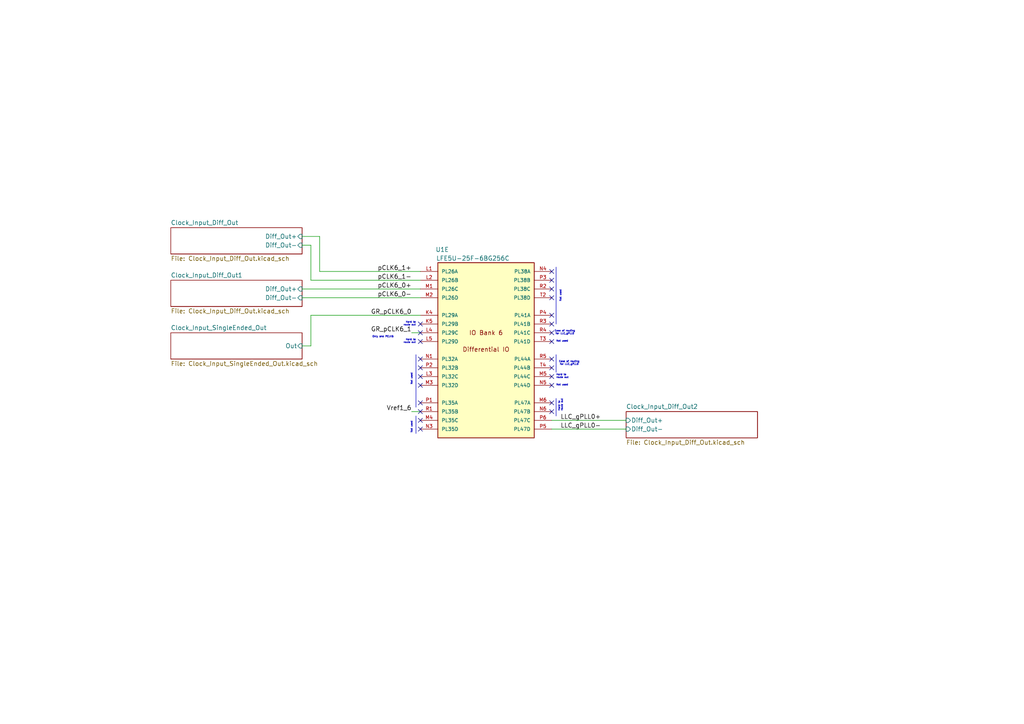
<source format=kicad_sch>
(kicad_sch (version 20250114) (generator "eeschema") (generator_version "9.0")
  (paper "A4")
  (lib_symbols
    (symbol "1_Symbol_Library:LFE5U-25F-6BG256C" (pin_names (offset 1.016))
      (property "Reference" "U" (at -0.762 -3.302 0))
      (property "Value" "LFE5U-25F-6BG256C" (at -40.132 47.498 0))
      (symbol "LFE5U-25F-6BG256C_1_0"
        (rectangle (start -11.43 20.32) (end 12.7 -25.4) (stroke (width 0.254)) (fill (type background)))
        (pin bidirectional line (at -16.51 17.78 0) (length 5.08) (name "PT4A") (number "A2"))
        (pin bidirectional line (at -16.51 15.24 0) (length 5.08) (name "PT4B") (number "B3"))
        (pin bidirectional line (at -16.51 10.16 0) (length 5.08) (name "PT6A") (number "A3"))
        (pin bidirectional line (at -16.51 7.62 0) (length 5.08) (name "PT6B") (number "A4"))
        (pin bidirectional line (at -16.51 2.54 0) (length 5.08) (name "PT9A") (number "E4"))
        (pin bidirectional line (at -16.51 0 0) (length 5.08) (name "PT9B") (number "D4"))
        (pin bidirectional line (at -16.51 -5.08 0) (length 5.08) (name "PT11A") (number "C4"))
        (pin bidirectional line (at -16.51 -7.62 0) (length 5.08) (name "PT11B") (number "B4"))
        (pin bidirectional line (at -16.51 -12.7 0) (length 5.08) (name "PT13A") (number "E5"))
        (pin bidirectional line (at -16.51 -15.24 0) (length 5.08) (name "PT13B") (number "D5"))
        (pin bidirectional line (at -16.51 -20.32 0) (length 5.08) (name "PT15A") (number "C5"))
        (pin bidirectional line (at -16.51 -22.86 0) (length 5.08) (name "PT15B") (number "B5"))
        (pin bidirectional line (at 17.78 17.78 180) (length 5.08) (name "PT18A") (number "A5"))
        (pin bidirectional line (at 17.78 15.24 180) (length 5.08) (name "PT18B") (number "A6"))
        (pin bidirectional line (at 17.78 10.16 180) (length 5.08) (name "PT20A") (number "E6"))
        (pin bidirectional line (at 17.78 7.62 180) (length 5.08) (name "PT20B") (number "D6"))
        (pin bidirectional line (at 17.78 2.54 180) (length 5.08) (name "PT22A") (number "C6"))
        (pin bidirectional line (at 17.78 0 180) (length 5.08) (name "PT22B") (number "B6"))
        (pin bidirectional line (at 17.78 -5.08 180) (length 5.08) (name "PT24A") (number "E7"))
        (pin bidirectional line (at 17.78 -7.62 180) (length 5.08) (name "PT24B") (number "D7"))
        (pin bidirectional line (at 17.78 -12.7 180) (length 5.08) (name "PT27A") (number "C7"))
        (pin bidirectional line (at 17.78 -15.24 180) (length 5.08) (name "PT27B") (number "B7"))
        (pin bidirectional line (at 17.78 -20.32 180) (length 5.08) (name "PT29A") (number "A7"))
        (pin bidirectional line (at 17.78 -22.86 180) (length 5.08) (name "PT29B") (number "A8"))
      )
      (symbol "LFE5U-25F-6BG256C_1_1"
        (text "IO Bank 0" (at 0 2.54 0) (effects (font (size 1.27 1.27))))
      )
      (symbol "LFE5U-25F-6BG256C_2_0"
        (rectangle (start -13.97 27.94) (end 13.97 -33.02) (stroke (width 0.254)) (fill (type background)))
        (pin bidirectional line (at -19.05 25.4 0) (length 5.08) (name "PT33A") (number "E8"))
        (pin bidirectional line (at -19.05 22.86 0) (length 5.08) (name "PT33B") (number "D8"))
        (pin bidirectional line (at -19.05 17.78 0) (length 5.08) (name "PT35A") (number "C8"))
        (pin bidirectional line (at -19.05 15.24 0) (length 5.08) (name "PT35B") (number "B8"))
        (pin bidirectional line (at -19.05 10.16 0) (length 5.08) (name "PT38A") (number "B9"))
        (pin bidirectional line (at -19.05 7.62 0) (length 5.08) (name "PT38B") (number "C9"))
        (pin bidirectional line (at -19.05 2.54 0) (length 5.08) (name "PT40A") (number "D9"))
        (pin bidirectional line (at -19.05 0 0) (length 5.08) (name "PT40B") (number "E9"))
        (pin bidirectional line (at -19.05 -5.08 0) (length 5.08) (name "PT42A") (number "A9"))
        (pin bidirectional line (at -19.05 -7.62 0) (length 5.08) (name "PT42B") (number "A10"))
        (pin bidirectional line (at -19.05 -12.7 0) (length 5.08) (name "PT44A") (number "B10"))
        (pin bidirectional line (at -19.05 -15.24 0) (length 5.08) (name "PT44B") (number "C10"))
        (pin bidirectional line (at -19.05 -20.32 0) (length 5.08) (name "PT47A") (number "D10"))
        (pin bidirectional line (at -19.05 -22.86 0) (length 5.08) (name "PT47B") (number "E10"))
        (pin bidirectional line (at -19.05 -27.94 0) (length 5.08) (name "PT49A") (number "B11"))
        (pin bidirectional line (at -19.05 -30.48 0) (length 5.08) (name "PT49B") (number "C11"))
        (pin bidirectional line (at 19.05 25.4 180) (length 5.08) (name "PT51A") (number "D11"))
        (pin bidirectional line (at 19.05 22.86 180) (length 5.08) (name "PT51B") (number "E11"))
        (pin bidirectional line (at 19.05 17.78 180) (length 5.08) (name "PT53A") (number "A11"))
        (pin bidirectional line (at 19.05 15.24 180) (length 5.08) (name "PT53B") (number "A12"))
        (pin bidirectional line (at 19.05 10.16 180) (length 5.08) (name "PT56A") (number "B12"))
        (pin bidirectional line (at 19.05 7.62 180) (length 5.08) (name "PT56B") (number "C12"))
        (pin bidirectional line (at 19.05 2.54 180) (length 5.08) (name "PT58A") (number "D12"))
        (pin bidirectional line (at 19.05 0 180) (length 5.08) (name "PT58B") (number "E12"))
        (pin bidirectional line (at 19.05 -5.08 180) (length 5.08) (name "PT60A") (number "B13"))
        (pin bidirectional line (at 19.05 -7.62 180) (length 5.08) (name "PT60B") (number "C13"))
        (pin bidirectional line (at 19.05 -12.7 180) (length 5.08) (name "PT62A") (number "D13"))
        (pin bidirectional line (at 19.05 -15.24 180) (length 5.08) (name "PT62B") (number "E13"))
        (pin bidirectional line (at 19.05 -20.32 180) (length 5.08) (name "PT65A") (number "A13"))
        (pin bidirectional line (at 19.05 -22.86 180) (length 5.08) (name "PT65B") (number "A14"))
        (pin bidirectional line (at 19.05 -27.94 180) (length 5.08) (name "PT67A") (number "B14"))
        (pin bidirectional line (at 19.05 -30.48 180) (length 5.08) (name "PT67B") (number "A15"))
      )
      (symbol "LFE5U-25F-6BG256C_2_1"
        (text "IO Bank 1" (at 0 2.54 0) (effects (font (size 1.27 1.27))))
        (text "Differential IO" (at 0 -2.032 0) (effects (font (size 1.27 1.27))))
      )
      (symbol "LFE5U-25F-6BG256C_3_0"
        (rectangle (start -13.97 22.86) (end 13.97 -27.94) (stroke (width 0.254)) (fill (type background)))
        (pin bidirectional line (at -19.05 20.32 0) (length 5.08) (name "PR2A") (number "B16"))
        (pin bidirectional line (at -19.05 17.78 0) (length 5.08) (name "PR2B") (number "B15"))
        (pin bidirectional line (at -19.05 15.24 0) (length 5.08) (name "PR2C") (number "C14"))
        (pin bidirectional line (at -19.05 12.7 0) (length 5.08) (name "PR2D") (number "D14"))
        (pin bidirectional line (at -19.05 7.62 0) (length 5.08) (name "PR5A") (number "C16"))
        (pin bidirectional line (at -19.05 5.08 0) (length 5.08) (name "PR5B") (number "C15"))
        (pin bidirectional line (at -19.05 2.54 0) (length 5.08) (name "PR5C") (number "E14"))
        (pin bidirectional line (at -19.05 0 0) (length 5.08) (name "PR5D") (number "F14"))
        (pin bidirectional line (at -19.05 -5.08 0) (length 5.08) (name "PR8A") (number "D16"))
        (pin bidirectional line (at -19.05 -7.62 0) (length 5.08) (name "PR8B") (number "E15"))
        (pin bidirectional line (at -19.05 -10.16 0) (length 5.08) (name "PR8C") (number "F13"))
        (pin bidirectional line (at -19.05 -12.7 0) (length 5.08) (name "PR8D") (number "F12"))
        (pin bidirectional line (at -19.05 -17.78 0) (length 5.08) (name "PR11A") (number "G12"))
        (pin bidirectional line (at -19.05 -20.32 0) (length 5.08) (name "PR11B") (number "G13"))
        (pin bidirectional line (at -19.05 -22.86 0) (length 5.08) (name "PR11C") (number "F15"))
        (pin bidirectional line (at -19.05 -25.4 0) (length 5.08) (name "PR11D") (number "E16"))
        (pin bidirectional line (at 19.05 20.32 180) (length 5.08) (name "PR14A") (number "F16"))
        (pin bidirectional line (at 19.05 17.78 180) (length 5.08) (name "PR14B") (number "G15"))
        (pin bidirectional line (at 19.05 15.24 180) (length 5.08) (name "PR14C") (number "G14"))
        (pin bidirectional line (at 19.05 12.7 180) (length 5.08) (name "PR14D") (number "H14"))
        (pin bidirectional line (at 19.05 7.62 180) (length 5.08) (name "PR17A") (number "H12"))
        (pin bidirectional line (at 19.05 5.08 180) (length 5.08) (name "PR17B") (number "H13"))
        (pin bidirectional line (at 19.05 2.54 180) (length 5.08) (name "PR17C") (number "J13"))
        (pin bidirectional line (at 19.05 0 180) (length 5.08) (name "PR17D") (number "J12"))
        (pin bidirectional line (at 19.05 -5.08 180) (length 5.08) (name "PR20A") (number "G16"))
        (pin bidirectional line (at 19.05 -7.62 180) (length 5.08) (name "PR20B") (number "H15"))
        (pin bidirectional line (at 19.05 -10.16 180) (length 5.08) (name "PR20C") (number "J14"))
        (pin bidirectional line (at 19.05 -12.7 180) (length 5.08) (name "PR20D") (number "K14"))
        (pin bidirectional line (at 19.05 -17.78 180) (length 5.08) (name "PR23A") (number "J16"))
        (pin bidirectional line (at 19.05 -20.32 180) (length 5.08) (name "PR23B") (number "J15"))
        (pin bidirectional line (at 19.05 -22.86 180) (length 5.08) (name "PR23C") (number "K16"))
        (pin bidirectional line (at 19.05 -25.4 180) (length 5.08) (name "PR23D") (number "K15"))
      )
      (symbol "LFE5U-25F-6BG256C_3_1"
        (text "IO Bank 2" (at 0 2.54 0) (effects (font (size 1.27 1.27))))
        (text "Differential IO" (at 0 -2.286 0) (effects (font (size 1.27 1.27))))
      )
      (symbol "LFE5U-25F-6BG256C_4_0"
        (rectangle (start -12.7 22.86) (end 12.7 -27.94) (stroke (width 0.254)) (fill (type background)))
        (pin bidirectional line (at -17.78 20.32 0) (length 5.08) (name "PR26A") (number "L16"))
        (pin bidirectional line (at -17.78 17.78 0) (length 5.08) (name "PR26B") (number "L15"))
        (pin bidirectional line (at -17.78 15.24 0) (length 5.08) (name "PR26C") (number "M16"))
        (pin bidirectional line (at -17.78 12.7 0) (length 5.08) (name "PR26D") (number "M15"))
        (pin bidirectional line (at -17.78 7.62 0) (length 5.08) (name "PR29A") (number "K13"))
        (pin bidirectional line (at -17.78 5.08 0) (length 5.08) (name "PR29B") (number "K12"))
        (pin bidirectional line (at -17.78 2.54 0) (length 5.08) (name "PR29C") (number "L13"))
        (pin bidirectional line (at -17.78 0 0) (length 5.08) (name "PR29D") (number "L12"))
        (pin bidirectional line (at -17.78 -5.08 0) (length 5.08) (name "PR32A") (number "N16"))
        (pin bidirectional line (at -17.78 -7.62 0) (length 5.08) (name "PR32B") (number "P15"))
        (pin bidirectional line (at -17.78 -10.16 0) (length 5.08) (name "PR32C") (number "L14"))
        (pin bidirectional line (at -17.78 -12.7 0) (length 5.08) (name "PR32D") (number "M14"))
        (pin bidirectional line (at -17.78 -17.78 0) (length 5.08) (name "PR35A") (number "P16"))
        (pin bidirectional line (at -17.78 -20.32 0) (length 5.08) (name "PR35B") (number "R16"))
        (pin bidirectional line (at -17.78 -22.86 0) (length 5.08) (name "PR35C") (number "M13"))
        (pin bidirectional line (at -17.78 -25.4 0) (length 5.08) (name "PR35D") (number "N14"))
        (pin bidirectional line (at 17.78 20.32 180) (length 5.08) (name "PR38A") (number "N13"))
        (pin bidirectional line (at 17.78 17.78 180) (length 5.08) (name "PR38B") (number "P14"))
        (pin bidirectional line (at 17.78 15.24 180) (length 5.08) (name "PR38C") (number "R15"))
        (pin bidirectional line (at 17.78 12.7 180) (length 5.08) (name "PR38D") (number "T15"))
        (pin bidirectional line (at 17.78 7.62 180) (length 5.08) (name "PR41A") (number "P13"))
        (pin bidirectional line (at 17.78 5.08 180) (length 5.08) (name "PR41B") (number "R14"))
        (pin bidirectional line (at 17.78 2.54 180) (length 5.08) (name "PR41C") (number "R13"))
        (pin bidirectional line (at 17.78 0 180) (length 5.08) (name "PR41D") (number "T14"))
        (pin bidirectional line (at 17.78 -5.08 180) (length 5.08) (name "PR44A") (number "R12"))
        (pin bidirectional line (at 17.78 -7.62 180) (length 5.08) (name "PR44B") (number "T13"))
        (pin bidirectional line (at 17.78 -10.16 180) (length 5.08) (name "PR44C") (number "M12"))
        (pin bidirectional line (at 17.78 -12.7 180) (length 5.08) (name "PR44D") (number "N12"))
        (pin bidirectional line (at 17.78 -17.78 180) (length 5.08) (name "PR47A") (number "M11"))
        (pin bidirectional line (at 17.78 -20.32 180) (length 5.08) (name "PR47B") (number "N11"))
        (pin bidirectional line (at 17.78 -22.86 180) (length 5.08) (name "PR47C") (number "P11"))
        (pin bidirectional line (at 17.78 -25.4 180) (length 5.08) (name "PR47D") (number "P12"))
      )
      (symbol "LFE5U-25F-6BG256C_4_1"
        (text "IO Bank 3" (at 0 2.54 0) (effects (font (size 1.27 1.27))))
      )
      (symbol "LFE5U-25F-6BG256C_5_0"
        (rectangle (start -13.97 22.86) (end 13.97 -27.94) (stroke (width 0.254)) (fill (type background)))
        (pin bidirectional line (at -19.05 20.32 0) (length 5.08) (name "PL26A") (number "L1"))
        (pin bidirectional line (at -19.05 17.78 0) (length 5.08) (name "PL26B") (number "L2"))
        (pin bidirectional line (at -19.05 15.24 0) (length 5.08) (name "PL26C") (number "M1"))
        (pin bidirectional line (at -19.05 12.7 0) (length 5.08) (name "PL26D") (number "M2"))
        (pin bidirectional line (at -19.05 7.62 0) (length 5.08) (name "PL29A") (number "K4"))
        (pin bidirectional line (at -19.05 5.08 0) (length 5.08) (name "PL29B") (number "K5"))
        (pin bidirectional line (at -19.05 2.54 0) (length 5.08) (name "PL29C") (number "L4"))
        (pin bidirectional line (at -19.05 0 0) (length 5.08) (name "PL29D") (number "L5"))
        (pin bidirectional line (at -19.05 -5.08 0) (length 5.08) (name "PL32A") (number "N1"))
        (pin bidirectional line (at -19.05 -7.62 0) (length 5.08) (name "PL32B") (number "P2"))
        (pin bidirectional line (at -19.05 -10.16 0) (length 5.08) (name "PL32C") (number "L3"))
        (pin bidirectional line (at -19.05 -12.7 0) (length 5.08) (name "PL32D") (number "M3"))
        (pin bidirectional line (at -19.05 -17.78 0) (length 5.08) (name "PL35A") (number "P1"))
        (pin bidirectional line (at -19.05 -20.32 0) (length 5.08) (name "PL35B") (number "R1"))
        (pin bidirectional line (at -19.05 -22.86 0) (length 5.08) (name "PL35C") (number "M4"))
        (pin bidirectional line (at -19.05 -25.4 0) (length 5.08) (name "PL35D") (number "N3"))
        (pin bidirectional line (at 19.05 20.32 180) (length 5.08) (name "PL38A") (number "N4"))
        (pin bidirectional line (at 19.05 17.78 180) (length 5.08) (name "PL38B") (number "P3"))
        (pin bidirectional line (at 19.05 15.24 180) (length 5.08) (name "PL38C") (number "R2"))
        (pin bidirectional line (at 19.05 12.7 180) (length 5.08) (name "PL38D") (number "T2"))
        (pin bidirectional line (at 19.05 7.62 180) (length 5.08) (name "PL41A") (number "P4"))
        (pin bidirectional line (at 19.05 5.08 180) (length 5.08) (name "PL41B") (number "R3"))
        (pin bidirectional line (at 19.05 2.54 180) (length 5.08) (name "PL41C") (number "R4"))
        (pin bidirectional line (at 19.05 0 180) (length 5.08) (name "PL41D") (number "T3"))
        (pin bidirectional line (at 19.05 -5.08 180) (length 5.08) (name "PL44A") (number "R5"))
        (pin bidirectional line (at 19.05 -7.62 180) (length 5.08) (name "PL44B") (number "T4"))
        (pin bidirectional line (at 19.05 -10.16 180) (length 5.08) (name "PL44C") (number "M5"))
        (pin bidirectional line (at 19.05 -12.7 180) (length 5.08) (name "PL44D") (number "N5"))
        (pin bidirectional line (at 19.05 -17.78 180) (length 5.08) (name "PL47A") (number "M6"))
        (pin bidirectional line (at 19.05 -20.32 180) (length 5.08) (name "PL47B") (number "N6"))
        (pin bidirectional line (at 19.05 -22.86 180) (length 5.08) (name "PL47C") (number "P6"))
        (pin bidirectional line (at 19.05 -25.4 180) (length 5.08) (name "PL47D") (number "P5"))
      )
      (symbol "LFE5U-25F-6BG256C_5_1"
        (text "IO Bank 6" (at 0 2.54 0) (effects (font (size 1.27 1.27))))
        (text "Differential IO" (at 0 -2.286 0) (effects (font (size 1.27 1.27))))
      )
      (symbol "LFE5U-25F-6BG256C_6_0"
        (rectangle (start -13.97 22.86) (end 13.97 -27.94) (stroke (width 0.254)) (fill (type background)))
        (pin bidirectional line (at -19.05 20.32 0) (length 5.08) (name "PL2A") (number "B1"))
        (pin bidirectional line (at -19.05 17.78 0) (length 5.08) (name "PL2B") (number "B2"))
        (pin bidirectional line (at -19.05 15.24 0) (length 5.08) (name "PL2C") (number "C3"))
        (pin bidirectional line (at -19.05 12.7 0) (length 5.08) (name "PL2D") (number "D3"))
        (pin bidirectional line (at -19.05 7.62 0) (length 5.08) (name "PL5A") (number "C1"))
        (pin bidirectional line (at -19.05 5.08 0) (length 5.08) (name "PL5B") (number "C2"))
        (pin bidirectional line (at -19.05 2.54 0) (length 5.08) (name "PL5C") (number "E3"))
        (pin bidirectional line (at -19.05 0 0) (length 5.08) (name "PL5D") (number "F3"))
        (pin bidirectional line (at -19.05 -5.08 0) (length 5.08) (name "PL8A") (number "D1"))
        (pin bidirectional line (at -19.05 -7.62 0) (length 5.08) (name "PL8B") (number "E2"))
        (pin bidirectional line (at -19.05 -10.16 0) (length 5.08) (name "PL8C") (number "F4"))
        (pin bidirectional line (at -19.05 -12.7 0) (length 5.08) (name "PL8D") (number "F5"))
        (pin bidirectional line (at -19.05 -17.78 0) (length 5.08) (name "PL11A") (number "G5"))
        (pin bidirectional line (at -19.05 -20.32 0) (length 5.08) (name "PL11B") (number "G4"))
        (pin bidirectional line (at -19.05 -22.86 0) (length 5.08) (name "PL11C") (number "F2"))
        (pin bidirectional line (at -19.05 -25.4 0) (length 5.08) (name "PL11D") (number "E1"))
        (pin bidirectional line (at 19.05 20.32 180) (length 5.08) (name "PL14A") (number "F1"))
        (pin bidirectional line (at 19.05 17.78 180) (length 5.08) (name "PL14B") (number "G2"))
        (pin bidirectional line (at 19.05 15.24 180) (length 5.08) (name "PL14C") (number "G3"))
        (pin bidirectional line (at 19.05 12.7 180) (length 5.08) (name "PL14D") (number "H3"))
        (pin bidirectional line (at 19.05 7.62 180) (length 5.08) (name "PL17A") (number "H5"))
        (pin bidirectional line (at 19.05 5.08 180) (length 5.08) (name "PL17B") (number "H4"))
        (pin bidirectional line (at 19.05 2.54 180) (length 5.08) (name "PL17C") (number "J4"))
        (pin bidirectional line (at 19.05 0 180) (length 5.08) (name "PL17D") (number "J5"))
        (pin bidirectional line (at 19.05 -5.08 180) (length 5.08) (name "PL20A") (number "G1"))
        (pin bidirectional line (at 19.05 -7.62 180) (length 5.08) (name "PL20B") (number "H2"))
        (pin bidirectional line (at 19.05 -10.16 180) (length 5.08) (name "PL20C") (number "J3"))
        (pin bidirectional line (at 19.05 -12.7 180) (length 5.08) (name "PL20D") (number "K3"))
        (pin bidirectional line (at 19.05 -17.78 180) (length 5.08) (name "PL23A") (number "J1"))
        (pin bidirectional line (at 19.05 -20.32 180) (length 5.08) (name "PL23B") (number "J2"))
        (pin bidirectional line (at 19.05 -22.86 180) (length 5.08) (name "PL23C") (number "K1"))
        (pin bidirectional line (at 19.05 -25.4 180) (length 5.08) (name "PL23D") (number "K2"))
      )
      (symbol "LFE5U-25F-6BG256C_6_1"
        (text "IO Bank 7" (at 0 2.54 0) (effects (font (size 1.27 1.27))))
        (text "Differential IO" (at 0 -2.286 0) (effects (font (size 1.27 1.27))))
      )
      (symbol "LFE5U-25F-6BG256C_7_0"
        (rectangle (start -15.24 27.94) (end 15.24 -22.86) (stroke (width 0.254)) (fill (type background)))
        (pin input line (at -20.32 25.4 0) (length 5.08) (name "~{PROGRAM}") (number "R9"))
        (pin input clock (at -20.32 22.86 0) (length 5.08) (name "CCLK") (number "N9"))
        (pin input line (at -20.32 10.16 0) (length 5.08) (name "CFG_0") (number "N10"))
        (pin input line (at -20.32 7.62 0) (length 5.08) (name "CFG_1") (number "P10"))
        (pin input line (at -20.32 5.08 0) (length 5.08) (name "CFG_2") (number "R10"))
        (pin bidirectional line (at -20.32 -5.08 0) (length 5.08) (name "DONE") (number "P9"))
        (pin bidirectional line (at -20.32 -7.62 0) (length 5.08) (name "~{INIT}") (number "T9"))
        (pin bidirectional line (at 20.32 25.4 180) (length 5.08) (name "PB4B/D6/IO6") (number "R6"))
        (pin bidirectional line (at 20.32 22.86 180) (length 5.08) (name "PB4A/D7/IO7") (number "T6"))
        (pin bidirectional line (at 20.32 17.78 180) (length 5.08) (name "PB6B/D4/IO4/MOSI2") (number "P7"))
        (pin bidirectional line (at 20.32 15.24 180) (length 5.08) (name "PB6A/D5/IO5/MISO2") (number "R7"))
        (pin bidirectional line (at 20.32 10.16 180) (length 5.08) (name "PB9A/D3/IO3") (number "N7"))
        (pin bidirectional line (at 20.32 7.62 180) (length 5.08) (name "PB9B/D2/IO2") (number "M7"))
        (pin bidirectional line (at 20.32 2.54 180) (length 5.08) (name "PB11A/D1/IO1/MISO") (number "T7"))
        (pin bidirectional line (at 20.32 0 180) (length 5.08) (name "PB11B/D0/IO0/MOSI") (number "T8"))
        (pin bidirectional line (at 20.32 -5.08 180) (length 5.08) (name "PB13A/~{S}/~{CS}") (number "R8"))
        (pin bidirectional line (at 20.32 -7.62 180) (length 5.08) (name "PB13B/~{CS1}") (number "P8"))
        (pin bidirectional line (at 20.32 -12.7 180) (length 5.08) (name "PB15A/~{HOLD}/DI/BUSY/~{CSSPI}/~{CE}") (number "N8"))
        (pin bidirectional line (at 20.32 -15.24 180) (length 5.08) (name "PB15B/DOUT/~{CSO}") (number "M8"))
        (pin bidirectional line (at 20.32 -20.32 180) (length 5.08) (name "PB18A/~{WRITE}") (number "M9"))
      )
      (symbol "LFE5U-25F-6BG256C_7_1"
        (text "IO Bank 8" (at 0 5.08 0) (effects (font (size 1.27 1.27))))
      )
      (symbol "LFE5U-25F-6BG256C_8_0"
        (rectangle (start -7.62 6.35) (end 2.54 -6.35) (stroke (width 0.254)) (fill (type background)))
        (pin input line (at -12.7 3.81 0) (length 5.08) (name "TMS") (number "T11"))
        (pin input line (at -12.7 1.27 0) (length 5.08) (name "TDI") (number "R11"))
        (pin output line (at -12.7 -1.27 0) (length 5.08) (name "TDO") (number "M10"))
        (pin bidirectional clock (at -12.7 -3.81 0) (length 5.08) (name "TCK") (number "T10"))
      )
      (symbol "LFE5U-25F-6BG256C_8_1"
        (text "JTAG" (at 0 0 0) (effects (font (size 1.27 1.27))))
      )
      (symbol "LFE5U-25F-6BG256C_9_0"
        (rectangle (start -12.7 7.62) (end 59.69 -7.62) (stroke (width 0.254)) (fill (type background)))
        (pin power_in line (at -10.16 12.7 270) (length 5.08) (name "VCC") (number "G6"))
        (pin power_in line (at -10.16 -12.7 90) (length 5.08) (name "GND1") (number "A1"))
        (pin power_in line (at -7.62 -12.7 90) (length 5.08) (name "GND1") (number "A16"))
        (pin power_in line (at -5.08 -12.7 90) (length 5.08) (name "GND1") (number "D2"))
        (pin power_in line (at -2.54 12.7 270) (length 5.08) (name "VCC") (number "G7"))
        (pin power_in line (at -2.54 -12.7 90) (length 5.08) (name "GND1") (number "D15"))
        (pin power_in line (at 0 -12.7 90) (length 5.08) (name "GND1") (number "F8"))
        (pin power_in line (at 2.54 -12.7 90) (length 5.08) (name "GND1") (number "F9"))
        (pin power_in line (at 5.08 12.7 270) (length 5.08) (name "VCC") (number "G9"))
        (pin power_in line (at 5.08 -12.7 90) (length 5.08) (name "GND1") (number "G8"))
        (pin power_in line (at 7.62 -12.7 90) (length 5.08) (name "GND1") (number "G10"))
        (pin power_in line (at 10.16 -12.7 90) (length 5.08) (name "GND1") (number "H1"))
        (pin power_in line (at 12.7 12.7 270) (length 5.08) (name "VCC") (number "L8"))
        (pin power_in line (at 12.7 -12.7 90) (length 5.08) (name "GND1") (number "H8"))
        (pin power_in line (at 15.24 -12.7 90) (length 5.08) (name "GND1") (number "H9"))
        (pin power_in line (at 17.78 -12.7 90) (length 5.08) (name "GND1") (number "H10"))
        (pin power_in line (at 20.32 12.7 270) (length 5.08) (name "VCC") (number "L9"))
        (pin power_in line (at 20.32 -12.7 90) (length 5.08) (name "GND1") (number "H16"))
        (pin power_in line (at 25.4 -12.7 90) (length 5.08) (name "GND2") (number "J8"))
        (pin power_in line (at 27.94 12.7 270) (length 5.08) (name "VCC") (number "L10"))
        (pin power_in line (at 27.94 -12.7 90) (length 5.08) (name "GND2") (number "J9"))
        (pin power_in line (at 30.48 -12.7 90) (length 5.08) (name "GND2") (number "J10"))
        (pin power_in line (at 33.02 -12.7 90) (length 5.08) (name "GND2") (number "K6"))
        (pin power_in line (at 35.56 -12.7 90) (length 5.08) (name "GND2") (number "K7"))
        (pin power_in line (at 38.1 -12.7 90) (length 5.08) (name "GND2") (number "K8"))
        (pin power_in line (at 40.64 -12.7 90) (length 5.08) (name "GND2") (number "K9"))
        (pin power_in line (at 43.18 -12.7 90) (length 5.08) (name "GND2") (number "K10"))
        (pin power_in line (at 45.72 -12.7 90) (length 5.08) (name "GND2") (number "N2"))
        (pin power_in line (at 48.26 -12.7 90) (length 5.08) (name "GND2") (number "N15"))
        (pin power_in line (at 49.53 12.7 270) (length 5.08) (name "VCCAUX") (number "G11"))
        (pin power_in line (at 50.8 -12.7 90) (length 5.08) (name "GND2") (number "T1"))
        (pin power_in line (at 53.34 -12.7 90) (length 5.08) (name "GND2") (number "T5"))
        (pin power_in line (at 55.88 -12.7 90) (length 5.08) (name "GND2") (number "T12"))
        (pin power_in line (at 57.15 12.7 270) (length 5.08) (name "VCCAUX") (number "L7"))
        (pin power_in line (at 58.42 -12.7 90) (length 5.08) (name "GND2") (number "T16"))
      )
      (symbol "LFE5U-25F-6BG256C_10_0"
        (rectangle (start -8.89 25.4) (end 8.89 -35.56) (stroke (width 0.254)) (fill (type background)))
        (pin power_in line (at -13.97 22.86 0) (length 5.08) (name "VCCIO1") (number "F10"))
        (pin power_in line (at -13.97 20.32 0) (length 5.08) (name "VCCIO1") (number "F11"))
        (pin power_in line (at -13.97 5.08 0) (length 5.08) (name "VCCIO3") (number "K11"))
        (pin power_in line (at -13.97 2.54 0) (length 5.08) (name "VCCIO3") (number "L11"))
        (pin power_in line (at -13.97 -12.7 0) (length 5.08) (name "VCCIO7") (number "H6"))
        (pin power_in line (at -13.97 -15.24 0) (length 5.08) (name "VCCIO7") (number "H7"))
        (pin power_in line (at 13.97 22.86 180) (length 5.08) (name "VCCIO0") (number "F6"))
        (pin power_in line (at 13.97 20.32 180) (length 5.08) (name "VCCIO0") (number "F7"))
        (pin power_in line (at 13.97 5.08 180) (length 5.08) (name "VCCIO2") (number "H11"))
        (pin power_in line (at 13.97 2.54 180) (length 5.08) (name "VCCIO2") (number "J11"))
        (pin power_in line (at 13.97 -12.7 180) (length 5.08) (name "VCCIO6") (number "J6"))
        (pin power_in line (at 13.97 -15.24 180) (length 5.08) (name "VCCIO6") (number "J7"))
        (pin power_in line (at 13.97 -33.02 180) (length 5.08) (name "VCCIO8") (number "L6"))
      )
    )
  )
  (text "Ease of routing\nfor LLC_gPLL0" (at 165.1 105.41 0) (effects (font (size 0.5 0.5))))
  (text "Not used" (at 161.29 99.06 0) (effects (font (size 0.5 0.5)) (justify left)))
  (text "Hard to\nroute out" (at 120.65 93.98 0) (effects (font (size 0.5 0.5)) (justify right)))
  (text "Hard to\nroute out" (at 120.65 99.06 0) (effects (font (size 0.5 0.5)) (justify right)))
  (text "Not used" (at 119.38 125.73 90) (effects (font (size 0.5 0.5)) (justify left)))
  (text "Ease of routing\nfor LLC_gPLL0" (at 163.83 96.52 0) (effects (font (size 0.5 0.5))))
  (text "Not used" (at 119.38 111.76 90) (effects (font (size 0.5 0.5)) (justify left)))
  (text "Not used" (at 161.29 111.76 0) (effects (font (size 0.5 0.5)) (justify left)))
  (text "Not used" (at 162.56 87.63 90) (effects (font (size 0.5 0.5)) (justify left)))
  (text "Hard to\nroute out" (at 162.56 119.38 90) (effects (font (size 0.5 0.5)) (justify left)))
  (text "Only one PCLK6" (at 107.95 97.79 0) (effects (font (size 0.5 0.5)) (justify left)))
  (text "Hard to\nroute out" (at 161.29 109.22 0) (effects (font (size 0.5 0.5)) (justify left)))
  (no_connect (at 121.92 121.92))
  (no_connect (at 160.02 111.76))
  (no_connect (at 121.92 111.76))
  (no_connect (at 160.02 78.74))
  (no_connect (at 160.02 109.22))
  (no_connect (at 121.92 116.84))
  (no_connect (at 160.02 106.68))
  (no_connect (at 121.92 106.68))
  (no_connect (at 160.02 104.14))
  (no_connect (at 121.92 124.46))
  (no_connect (at 121.92 93.98))
  (no_connect (at 160.02 96.52))
  (no_connect (at 121.92 104.14))
  (no_connect (at 160.02 116.84))
  (no_connect (at 121.92 99.06))
  (no_connect (at 121.92 119.38))
  (no_connect (at 160.02 93.98))
  (no_connect (at 160.02 99.06))
  (no_connect (at 121.92 109.22))
  (no_connect (at 121.92 96.52))
  (no_connect (at 160.02 91.44))
  (no_connect (at 160.02 119.38))
  (no_connect (at 160.02 81.28))
  (no_connect (at 160.02 86.36))
  (no_connect (at 160.02 83.82))
  (wire (pts (xy 90.17 81.28) (xy 121.92 81.28)))
  (wire (pts (xy 92.71 68.58) (xy 92.71 78.74)))
  (wire (pts (xy 90.17 71.12) (xy 90.17 81.28)))
  (wire (pts (xy 90.17 91.44) (xy 121.92 91.44)))
  (polyline (pts (xy 120.65 102.87) (xy 120.65 118.11)))
  (polyline (pts (xy 161.29 77.47) (xy 161.29 93.98)))
  (wire (pts (xy 119.38 119.38) (xy 121.92 119.38)))
  (polyline (pts (xy 161.29 115.57) (xy 161.29 120.65)))
  (wire (pts (xy 119.38 96.52) (xy 121.92 96.52)))
  (wire (pts (xy 92.71 78.74) (xy 121.92 78.74)))
  (wire (pts (xy 160.02 124.46) (xy 181.61 124.46)))
  (wire (pts (xy 87.63 83.82) (xy 121.92 83.82)))
  (wire (pts (xy 90.17 100.33) (xy 90.17 91.44)))
  (wire (pts (xy 87.63 86.36) (xy 121.92 86.36)))
  (polyline (pts (xy 161.29 102.87) (xy 161.29 107.95)))
  (wire (pts (xy 87.63 100.33) (xy 90.17 100.33)))
  (wire (pts (xy 87.63 68.58) (xy 92.71 68.58)))
  (wire (pts (xy 87.63 71.12) (xy 90.17 71.12)))
  (wire (pts (xy 160.02 121.92) (xy 181.61 121.92)))
  (polyline (pts (xy 120.65 120.65) (xy 120.65 125.73)))
  (label "pCLK6_1-" (at 119.38 81.28 180))
  (label "LLC_gPLL0+" (at 162.56 121.92 0))
  (label "pCLK6_0-" (at 119.38 86.36 180))
  (label "pCLK6_1+" (at 119.38 78.74 180))
  (label "LLC_gPLL0-" (at 162.56 124.46 0))
  (label "Vref1_6" (at 119.38 119.38 180))
  (label "pCLK6_0+" (at 119.38 83.82 180))
  (label "GR_pCLK6_0" (at 119.38 91.44 180))
  (label "GR_pCLK6_1" (at 119.38 96.52 180))
  (symbol (lib_id "1_Symbol_Library:LFE5U-25F-6BG256C") (at 140.97 99.06 0) (unit 5)
    (property "Reference" "U1" (at 128.27 72.39 0))
    (property "Value" "LFE5U-25F-6BG256C" (at 137.16 74.93 0))
    (property "Footprint" "1_Footprint_Library:BGA256C80P16X16_1400X1400X170_Masked" (effects (hide yes)))
    (property "Package" "CABGA-256 Lattice Semiconductor" (effects (hide yes)))
    (property "MP" "LFE5U-25F-6BG256C" (effects (hide yes)))
    (property "Description_1" "series Field Programmable Gate Array (FPGA) IC 197 1032192 24000 256-LFBGA" (effects (hide yes)))
  )
  (sheet (at 49.53 96.52) (size 38.1 7.62) (stroke (width 0.1524))
    (property "Sheetname" "Clock_Input_SingleEnded_Out" (at 49.53 95.8084 0) (effects (justify left bottom)))
    (property "Sheetfile" "Clock_Input_SingleEnded_Out.kicad_sch" (at 49.53 104.7246 0) (effects (justify left top)))
    (pin "Out" input (at 87.63 100.33 0))
  )
  (sheet (at 181.61 119.38) (size 38.1 7.62) (stroke (width 0.1524))
    (property "Sheetname" "Clock_Input_Diff_Out2" (at 181.61 118.6684 0) (effects (justify left bottom)))
    (property "Sheetfile" "Clock_Input_Diff_Out.kicad_sch" (at 181.61 127.5846 0) (effects (justify left top)))
    (pin "Diff_Out+" input (at 181.61 121.92 180))
    (pin "Diff_Out-" input (at 181.61 124.46 180))
  )
  (sheet (at 49.53 81.28) (size 38.1 7.62) (stroke (width 0.1524))
    (property "Sheetname" "Clock_Input_Diff_Out1" (at 49.53 80.5684 0) (effects (justify left bottom)))
    (property "Sheetfile" "Clock_Input_Diff_Out.kicad_sch" (at 49.53 89.4846 0) (effects (justify left top)))
    (pin "Diff_Out+" input (at 87.63 83.82 0))
    (pin "Diff_Out-" input (at 87.63 86.36 0))
  )
  (sheet (at 49.53 66.04) (size 38.1 7.62) (stroke (width 0.1524))
    (property "Sheetname" "Clock_Input_Diff_Out" (at 49.53 65.3284 0) (effects (justify left bottom)))
    (property "Sheetfile" "Clock_Input_Diff_Out.kicad_sch" (at 49.53 74.2446 0) (effects (justify left top)))
    (pin "Diff_Out+" input (at 87.63 68.58 0))
    (pin "Diff_Out-" input (at 87.63 71.12 0))
  )
)
</source>
